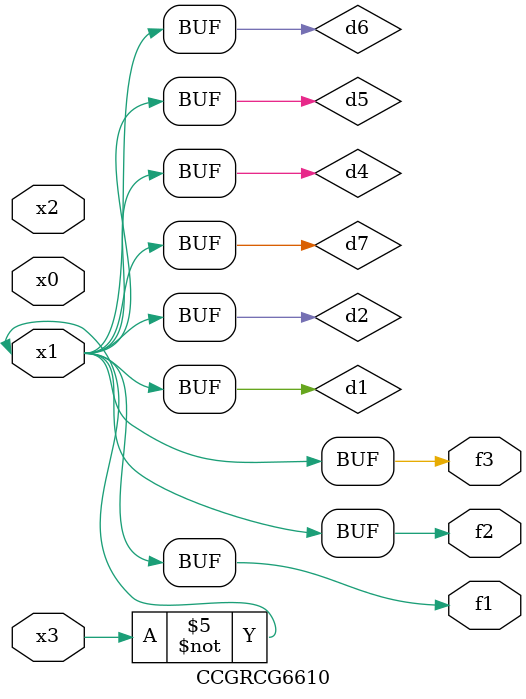
<source format=v>
module CCGRCG6610(
	input x0, x1, x2, x3,
	output f1, f2, f3
);

	wire d1, d2, d3, d4, d5, d6, d7;

	not (d1, x3);
	buf (d2, x1);
	xnor (d3, d1, d2);
	nor (d4, d1);
	buf (d5, d1, d2);
	buf (d6, d4, d5);
	nand (d7, d4);
	assign f1 = d6;
	assign f2 = d7;
	assign f3 = d6;
endmodule

</source>
